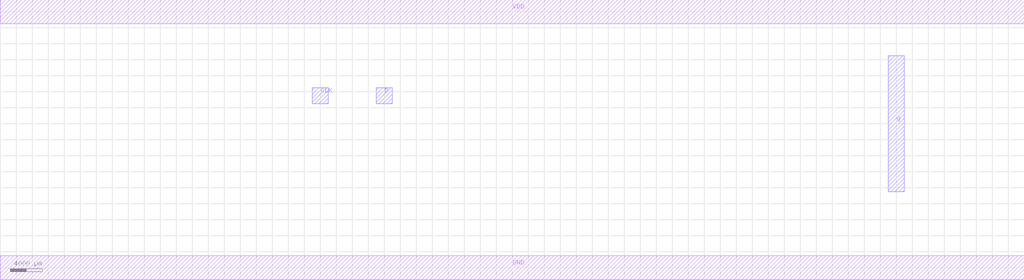
<source format=lef>
MACRO DFFPOSX1
 CLASS CORE ;
 ORIGIN 0 0 ;
 FOREIGN DFFPOSX1 0 0 ;
 SITE CORE ;
 SYMMETRY X Y R90 ;
  PIN VDD
   DIRECTION INOUT ;
   USE SIGNAL ;
   SHAPE ABUTMENT ;
    PORT
     CLASS CORE ;
       LAYER metal1 ;
        RECT 0.00000000 30500.00000000 128000.00000000 33500.00000000 ;
    END
  END VDD

  PIN GND
   DIRECTION INOUT ;
   USE SIGNAL ;
   SHAPE ABUTMENT ;
    PORT
     CLASS CORE ;
       LAYER metal1 ;
        RECT 0.00000000 -1500.00000000 128000.00000000 1500.00000000 ;
    END
  END GND

  PIN D
   DIRECTION INOUT ;
   USE SIGNAL ;
   SHAPE ABUTMENT ;
    PORT
     CLASS CORE ;
       LAYER metal2 ;
        RECT 47000.00000000 20500.00000000 49000.00000000 22500.00000000 ;
    END
  END D

  PIN CLK
   DIRECTION INOUT ;
   USE SIGNAL ;
   SHAPE ABUTMENT ;
    PORT
     CLASS CORE ;
       LAYER metal2 ;
        RECT 39000.00000000 20500.00000000 41000.00000000 22500.00000000 ;
    END
  END CLK

  PIN Q
   DIRECTION INOUT ;
   USE SIGNAL ;
   SHAPE ABUTMENT ;
    PORT
     CLASS CORE ;
       LAYER metal2 ;
        RECT 111000.00000000 9500.00000000 113000.00000000 26500.00000000 ;
    END
  END Q


END DFFPOSX1

</source>
